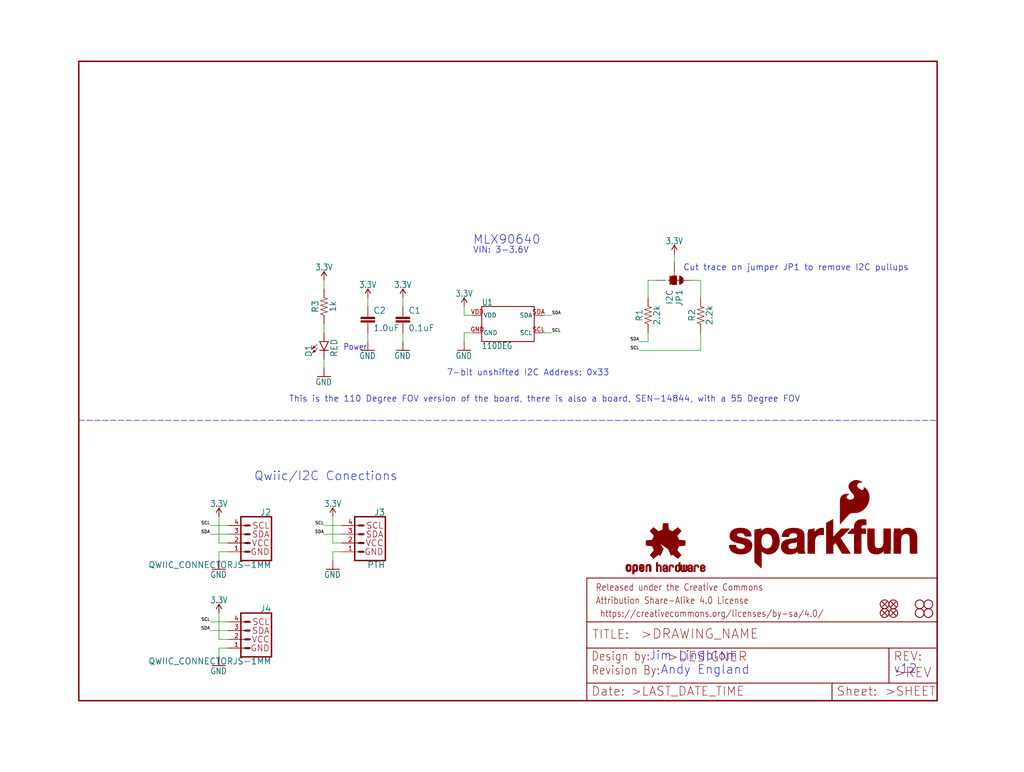
<source format=kicad_sch>
(kicad_sch (version 20211123) (generator eeschema)
  (paper "User" 297.002 223.926)
  (lib_symbols
    (symbol "eagleSchem-eagle-import:0.1UF-0603-25V-(+80{slash}-20%)"
      (property "Reference" "C" (at 1.524 2.921 0))
      (property "Value" "0.1UF-0603-25V-(+80{slash}-20%)" (at 1.524 -2.159 0))
      (symbol "0.1UF-0603-25V-(+80{slash}-20%)_1_0"
        (pin passive line (at 0 5.08 270) (length 2.54) (name "1") (number "1"))
        (pin passive line (at 0 -2.54 90) (length 2.54) (name "2") (number "2"))
      )
    )
    (symbol "eagleSchem-eagle-import:1.0UF-0603-16V-10%"
      (property "Reference" "C" (at 1.524 2.921 0))
      (property "Value" "1.0UF-0603-16V-10%" (at 1.524 -2.159 0))
      (symbol "1.0UF-0603-16V-10%_1_0"
        (pin passive line (at 0 5.08 270) (length 2.54) (name "1") (number "1"))
        (pin passive line (at 0 -2.54 90) (length 2.54) (name "2") (number "2"))
      )
    )
    (symbol "eagleSchem-eagle-import:1KOHM-0603-1{slash}10W-1%"
      (property "Reference" "R" (at 0 1.524 0))
      (property "Value" "1KOHM-0603-1{slash}10W-1%" (at 0 -1.524 0))
      (symbol "1KOHM-0603-1{slash}10W-1%_1_0"
        (pin passive line (at -5.08 0 0) (length 2.54) (name "1") (number "1"))
        (pin passive line (at 5.08 0 180) (length 2.54) (name "2") (number "2"))
      )
    )
    (symbol "eagleSchem-eagle-import:2.2KOHM-0603-1{slash}10W-1%"
      (property "Reference" "R" (at 0 1.524 0))
      (property "Value" "2.2KOHM-0603-1{slash}10W-1%" (at 0 -1.524 0))
      (symbol "2.2KOHM-0603-1{slash}10W-1%_1_0"
        (pin passive line (at -5.08 0 0) (length 2.54) (name "1") (number "1"))
        (pin passive line (at 5.08 0 180) (length 2.54) (name "2") (number "2"))
      )
    )
    (symbol "eagleSchem-eagle-import:3.3V" (power)
      (property "Value" "3.3V" (at 0 2.794 0))
      (symbol "3.3V_1_0"
        (pin power_in line (at 0 0 90) (length 2.54) (name "3.3V") (number "1"))
      )
    )
    (symbol "eagleSchem-eagle-import:FIDUCIALUFIDUCIAL")
    (symbol "eagleSchem-eagle-import:FRAME-LETTER"
      (symbol "FRAME-LETTER_2_0"
        (text " https://creativecommons.org/licenses/by-sa/4.0/" (at 2.54 24.13 0) (effects (font (size 1.9304 1.6408)) (justify left bottom)))
        (text ">DESIGNER" (at 23.114 11.176 0) (effects (font (size 2.7432 2.7432)) (justify left bottom)))
        (text ">DRAWING_NAME" (at 15.494 17.78 0) (effects (font (size 2.7432 2.7432)) (justify left bottom)))
        (text ">LAST_DATE_TIME" (at 12.7 1.27 0) (effects (font (size 2.54 2.54)) (justify left bottom)))
        (text ">REV" (at 88.9 6.604 0) (effects (font (size 2.7432 2.7432)) (justify left bottom)))
        (text ">SHEET" (at 86.36 1.27 0) (effects (font (size 2.54 2.54)) (justify left bottom)))
        (text "Attribution Share-Alike 4.0 License" (at 2.54 27.94 0) (effects (font (size 1.9304 1.6408)) (justify left bottom)))
        (text "Date:" (at 1.27 1.27 0) (effects (font (size 2.54 2.54)) (justify left bottom)))
        (text "Design by:" (at 1.27 11.43 0) (effects (font (size 2.54 2.159)) (justify left bottom)))
        (text "Released under the Creative Commons" (at 2.54 31.75 0) (effects (font (size 1.9304 1.6408)) (justify left bottom)))
        (text "REV:" (at 88.9 11.43 0) (effects (font (size 2.54 2.54)) (justify left bottom)))
        (text "Sheet:" (at 72.39 1.27 0) (effects (font (size 2.54 2.54)) (justify left bottom)))
        (text "TITLE:" (at 1.524 17.78 0) (effects (font (size 2.54 2.54)) (justify left bottom)))
      )
    )
    (symbol "eagleSchem-eagle-import:GND" (power)
      (property "Value" "GND" (at -2.54 -2.54 0))
      (symbol "GND_1_0"
        (pin power_in line (at 0 2.54 270) (length 2.54) (name "GND") (number "1"))
      )
    )
    (symbol "eagleSchem-eagle-import:I2C_STANDARD_NO_SILK"
      (property "Reference" "J" (at -5.08 7.874 0))
      (property "Value" "I2C_STANDARD_NO_SILK" (at -5.08 -5.334 0))
      (symbol "I2C_STANDARD_NO_SILK_1_0"
        (text "GND" (at -4.572 -2.54 0) (effects (font (size 1.778 1.778)) (justify left)))
        (text "SCL" (at -4.572 5.08 0) (effects (font (size 1.778 1.778)) (justify left)))
        (text "SDA" (at -4.572 2.54 0) (effects (font (size 1.778 1.778)) (justify left)))
        (text "VCC" (at -4.572 0 0) (effects (font (size 1.778 1.778)) (justify left)))
        (pin power_in line (at 7.62 -2.54 180) (length 5.08) (name "GND") (number "1"))
        (pin power_in line (at 7.62 0 180) (length 5.08) (name "VCC") (number "2"))
        (pin passive line (at 7.62 2.54 180) (length 5.08) (name "SDA") (number "3"))
        (pin passive line (at 7.62 5.08 180) (length 5.08) (name "SCL") (number "4"))
      )
    )
    (symbol "eagleSchem-eagle-import:JUMPER-SMT_3_2-NC_TRACE_NO-SILK"
      (property "Reference" "JP" (at 2.54 0.381 0))
      (property "Value" "JUMPER-SMT_3_2-NC_TRACE_NO-SILK" (at 2.54 -0.381 0))
      (symbol "JUMPER-SMT_3_2-NC_TRACE_NO-SILK_1_0"
        (pin passive line (at 0 5.08 270) (length 2.54) (name "1") (number "1"))
        (pin passive line (at -5.08 0 0) (length 2.54) (name "2") (number "2"))
        (pin passive line (at 0 -5.08 90) (length 2.54) (name "3") (number "3"))
      )
    )
    (symbol "eagleSchem-eagle-import:LED-RED0603"
      (property "Reference" "D" (at -3.429 -4.572 90))
      (property "Value" "LED-RED0603" (at 1.905 -4.572 90))
      (symbol "LED-RED0603_1_0"
        (pin passive line (at 0 2.54 270) (length 2.54) (name "A") (number "A"))
        (pin passive line (at 0 -5.08 90) (length 2.54) (name "C") (number "C"))
      )
    )
    (symbol "eagleSchem-eagle-import:MLX90540_MLX90640"
      (property "Reference" "U" (at -7.62 5.334 0))
      (property "Value" "MLX90540_MLX90640" (at -7.62 -5.334 0))
      (symbol "MLX90540_MLX90640_1_0"
        (pin bidirectional line (at -10.16 -2.54 0) (length 2.54) (name "GND") (number "GND"))
        (pin bidirectional line (at 10.16 -2.54 180) (length 2.54) (name "SCL") (number "SCL"))
        (pin bidirectional line (at 10.16 2.54 180) (length 2.54) (name "SDA") (number "SDA"))
        (pin bidirectional line (at -10.16 2.54 0) (length 2.54) (name "VDD") (number "VDD"))
      )
    )
    (symbol "eagleSchem-eagle-import:OSHW-LOGOMINI")
    (symbol "eagleSchem-eagle-import:QWIIC_CONNECTORJS-1MM"
      (property "Reference" "J" (at -5.08 7.874 0))
      (property "Value" "QWIIC_CONNECTORJS-1MM" (at -5.08 -5.334 0))
      (symbol "QWIIC_CONNECTORJS-1MM_1_0"
        (text "GND" (at -4.572 -2.54 0) (effects (font (size 1.778 1.778)) (justify left)))
        (text "SCL" (at -4.572 5.08 0) (effects (font (size 1.778 1.778)) (justify left)))
        (text "SDA" (at -4.572 2.54 0) (effects (font (size 1.778 1.778)) (justify left)))
        (text "VCC" (at -4.572 0 0) (effects (font (size 1.778 1.778)) (justify left)))
        (pin power_in line (at 7.62 -2.54 180) (length 5.08) (name "1") (number "1"))
        (pin power_in line (at 7.62 0 180) (length 5.08) (name "2") (number "2"))
        (pin passive line (at 7.62 2.54 180) (length 5.08) (name "3") (number "3"))
        (pin passive line (at 7.62 5.08 180) (length 5.08) (name "4") (number "4"))
      )
    )
    (symbol "eagleSchem-eagle-import:REVISION"
      (symbol "REVISION_1_0"
        (text "Revision By: " (at 0 0 0) (effects (font (size 2.54 2.159)) (justify left bottom)))
      )
    )
    (symbol "eagleSchem-eagle-import:SFE_LOGO_NAME.1_INCH")
    (symbol "eagleSchem-eagle-import:SFE_LOGO_NAME_FLAME.1_INCH")
    (symbol "eagleSchem-eagle-import:STAND-OFF")
  )
  (wire (pts (xy 96.52 157.48) (xy 96.52 149.86)))
  (wire (pts (xy 203.2 96.52) (xy 203.2 101.6)))
  (wire (pts (xy 134.62 96.52) (xy 134.62 99.06)))
  (wire (pts (xy 116.84 99.06) (xy 116.84 96.52)))
  (wire (pts (xy 134.62 91.44) (xy 134.62 88.9)))
  (wire (pts (xy 66.04 180.34) (xy 60.96 180.34)))
  (wire (pts (xy 203.2 86.36) (xy 203.2 81.28)))
  (wire (pts (xy 99.06 154.94) (xy 93.98 154.94)))
  (wire (pts (xy 93.98 96.52) (xy 93.98 93.98)))
  (wire (pts (xy 63.5 185.42) (xy 63.5 177.8)))
  (wire (pts (xy 137.16 91.44) (xy 134.62 91.44)))
  (wire (pts (xy 187.96 86.36) (xy 187.96 81.28)))
  (wire (pts (xy 66.04 157.48) (xy 63.5 157.48)))
  (wire (pts (xy 137.16 96.52) (xy 134.62 96.52)))
  (wire (pts (xy 66.04 154.94) (xy 60.96 154.94)))
  (wire (pts (xy 99.06 152.4) (xy 93.98 152.4)))
  (wire (pts (xy 63.5 157.48) (xy 63.5 149.86)))
  (wire (pts (xy 93.98 106.68) (xy 93.98 104.14)))
  (wire (pts (xy 203.2 101.6) (xy 185.42 101.6)))
  (wire (pts (xy 93.98 83.82) (xy 93.98 81.28)))
  (wire (pts (xy 66.04 182.88) (xy 60.96 182.88)))
  (wire (pts (xy 157.48 91.44) (xy 160.02 91.44)))
  (wire (pts (xy 116.84 86.36) (xy 116.84 88.9)))
  (wire (pts (xy 203.2 81.28) (xy 200.66 81.28)))
  (wire (pts (xy 195.58 76.2) (xy 195.58 73.66)))
  (wire (pts (xy 66.04 160.02) (xy 63.5 160.02)))
  (wire (pts (xy 106.68 99.06) (xy 106.68 96.52)))
  (wire (pts (xy 66.04 185.42) (xy 63.5 185.42)))
  (wire (pts (xy 66.04 187.96) (xy 63.5 187.96)))
  (wire (pts (xy 185.42 99.06) (xy 187.96 99.06)))
  (wire (pts (xy 96.52 160.02) (xy 96.52 162.56)))
  (wire (pts (xy 157.48 96.52) (xy 160.02 96.52)))
  (polyline (pts (xy 22.86 121.92) (xy 271.78 121.92)))
  (wire (pts (xy 63.5 187.96) (xy 63.5 190.5)))
  (wire (pts (xy 63.5 160.02) (xy 63.5 162.56)))
  (wire (pts (xy 66.04 152.4) (xy 60.96 152.4)))
  (wire (pts (xy 106.68 86.36) (xy 106.68 88.9)))
  (wire (pts (xy 190.5 81.28) (xy 187.96 81.28)))
  (wire (pts (xy 187.96 96.52) (xy 187.96 99.06)))
  (wire (pts (xy 99.06 160.02) (xy 96.52 160.02)))
  (wire (pts (xy 99.06 157.48) (xy 96.52 157.48)))
  (text "Cut trace on jumper JP1 to remove I2C pullups" (at 198.12 78.74 180) (effects (font (size 1.778 1.778)) (justify left bottom)))
  (text "Andy England" (at 191.516 195.834 180) (effects (font (size 2.54 2.54)) (justify left bottom)))
  (text "Power" (at 99.568 101.854 180) (effects (font (size 1.778 1.5113)) (justify left bottom)))
  (text "v12" (at 259.08 195.58 180) (effects (font (size 2.54 2.54)) (justify left bottom)))
  (text "Jim Lindblom" (at 188.214 191.77 180) (effects (font (size 2.54 2.54)) (justify left bottom)))
  (text "7-bit unshifted I2C Address: 0x33" (at 129.54 109.22 180) (effects (font (size 1.778 1.778)) (justify left bottom)))
  (text "VIN: 3-3.6V" (at 137.16 73.66 180) (effects (font (size 1.778 1.778)) (justify left bottom)))
  (text "Qwiic/I2C Conections" (at 73.66 139.7 180) (effects (font (size 2.54 2.54)) (justify left bottom)))
  (text "This is the 110 Degree FOV version of the board, there is also a board, SEN-14844, with a 55 Degree FOV" (at 83.82 116.84 0) (effects (font (size 1.778 1.778)) (justify left bottom)))
  (text "MLX90640" (at 137.16 71.12 180) (effects (font (size 2.54 2.54)) (justify left bottom)))
  (label "SCL" (at 60.96 152.4 180) (effects (font (size 0.889 0.889))))
  (label "SDA" (at 185.42 99.06 180) (effects (font (size 0.889 0.889))))
  (label "SDA" (at 93.98 154.94 180) (effects (font (size 0.889 0.889))))
  (label "SDA" (at 160.02 91.44 0) (effects (font (size 0.889 0.889))))
  (label "SCL" (at 185.42 101.6 180) (effects (font (size 0.889 0.889))))
  (label "SCL" (at 160.02 96.52 0) (effects (font (size 0.889 0.889))))
  (label "SCL" (at 93.98 152.4 180) (effects (font (size 0.889 0.889))))
  (label "SCL" (at 60.96 180.34 180) (effects (font (size 0.889 0.889))))
  (label "SDA" (at 60.96 182.88 180) (effects (font (size 0.889 0.889))))
  (label "SDA" (at 60.96 154.94 180) (effects (font (size 0.889 0.889))))
  (symbol (lib_id "eagleSchem-eagle-import:0.1UF-0603-25V-(+80{slash}-20%)") (at 116.84 93.98 0) (unit 1)
    (property "Reference" "C1" (at 118.364 91.059 0) (effects (font (size 1.778 1.778)) (justify left bottom)))
    (property "Value" "0.1uF" (at 118.364 96.139 0) (effects (font (size 1.778 1.778)) (justify left bottom)))
    (property "Footprint" "eagleSchem:0603" (effects hide))
  )
  (symbol (lib_id "eagleSchem-eagle-import:OSHW-LOGOMINI") (at 193.04 157.48 0) (unit 1)
    (property "Reference" "LOGO1" (effects hide))
    (property "Value" "OSHW-LOGOMINI" (effects hide))
    (property "Footprint" "eagleSchem:OSHW-LOGO-MINI" (effects hide))
  )
  (symbol (lib_id "eagleSchem-eagle-import:MLX90540_MLX90640") (at 147.32 93.98 0) (unit 1)
    (property "Reference" "U1" (at 139.7 88.646 0) (effects (font (size 1.778 1.5113)) (justify left bottom)))
    (property "Value" "110DEG" (at 139.7 99.314 0) (effects (font (size 1.778 1.5113)) (justify left top)))
    (property "Footprint" "eagleSchem:MLX90540_MLX90640" (effects hide))
  )
  (symbol (lib_id "eagleSchem-eagle-import:3.3V") (at 106.68 86.36 0) (unit 1)
    (property "Reference" "#SUPPLY3" (effects hide))
    (property "Value" "3.3V" (at 106.68 83.566 0) (effects (font (size 1.778 1.5113)) (justify bottom)))
    (property "Footprint" "eagleSchem:" (effects hide))
  )
  (symbol (lib_id "eagleSchem-eagle-import:FRAME-LETTER") (at 170.18 203.2 0) (unit 2)
    (property "Reference" "FRAME1" (effects hide))
    (property "Value" "FRAME-LETTER" (effects hide))
    (property "Footprint" "eagleSchem:CREATIVE_COMMONS" (effects hide))
  )
  (symbol (lib_id "eagleSchem-eagle-import:2.2KOHM-0603-1{slash}10W-1%") (at 203.2 91.44 90) (unit 1)
    (property "Reference" "R2" (at 201.676 91.44 0) (effects (font (size 1.778 1.778)) (justify bottom)))
    (property "Value" "2.2k" (at 204.724 91.44 0) (effects (font (size 1.778 1.778)) (justify top)))
    (property "Footprint" "eagleSchem:0603" (effects hide))
  )
  (symbol (lib_id "eagleSchem-eagle-import:2.2KOHM-0603-1{slash}10W-1%") (at 187.96 91.44 90) (unit 1)
    (property "Reference" "R1" (at 186.436 91.44 0) (effects (font (size 1.778 1.778)) (justify bottom)))
    (property "Value" "2.2k" (at 189.484 91.44 0) (effects (font (size 1.778 1.778)) (justify top)))
    (property "Footprint" "eagleSchem:0603" (effects hide))
  )
  (symbol (lib_id "eagleSchem-eagle-import:GND") (at 63.5 165.1 0) (unit 1)
    (property "Reference" "#GND6" (effects hide))
    (property "Value" "GND" (at 60.96 167.64 0) (effects (font (size 1.778 1.5113)) (justify left bottom)))
    (property "Footprint" "eagleSchem:" (effects hide))
  )
  (symbol (lib_id "eagleSchem-eagle-import:SFE_LOGO_NAME.1_INCH") (at 209.55 164.592 0) (unit 1)
    (property "Reference" "LOGO3" (effects hide))
    (property "Value" "SFE_LOGO_NAME.1_INCH" (effects hide))
    (property "Footprint" "eagleSchem:SFE_LOGO_NAME_.1" (effects hide))
  )
  (symbol (lib_id "eagleSchem-eagle-import:GND") (at 134.62 101.6 0) (unit 1)
    (property "Reference" "#GND2" (effects hide))
    (property "Value" "GND" (at 132.08 104.14 0) (effects (font (size 1.778 1.5113)) (justify left bottom)))
    (property "Footprint" "eagleSchem:" (effects hide))
  )
  (symbol (lib_id "eagleSchem-eagle-import:FIDUCIALUFIDUCIAL") (at 259.08 177.8 0) (unit 1)
    (property "Reference" "JP5" (effects hide))
    (property "Value" "FIDUCIALUFIDUCIAL" (effects hide))
    (property "Footprint" "eagleSchem:MICRO-FIDUCIAL" (effects hide))
  )
  (symbol (lib_id "eagleSchem-eagle-import:3.3V") (at 134.62 88.9 0) (unit 1)
    (property "Reference" "#SUPPLY2" (effects hide))
    (property "Value" "3.3V" (at 134.62 86.106 0) (effects (font (size 1.778 1.5113)) (justify bottom)))
    (property "Footprint" "eagleSchem:" (effects hide))
  )
  (symbol (lib_id "eagleSchem-eagle-import:QWIIC_CONNECTORJS-1MM") (at 73.66 185.42 0) (mirror y) (unit 1)
    (property "Reference" "J4" (at 78.74 177.546 0) (effects (font (size 1.778 1.778)) (justify left bottom)))
    (property "Value" "QWIIC_CONNECTORJS-1MM" (at 78.74 190.754 0) (effects (font (size 1.778 1.778)) (justify left top)))
    (property "Footprint" "eagleSchem:JST04_1MM_RA" (effects hide))
  )
  (symbol (lib_id "eagleSchem-eagle-import:QWIIC_CONNECTORJS-1MM") (at 73.66 157.48 0) (mirror y) (unit 1)
    (property "Reference" "J2" (at 78.74 149.606 0) (effects (font (size 1.778 1.778)) (justify left bottom)))
    (property "Value" "QWIIC_CONNECTORJS-1MM" (at 78.74 162.814 0) (effects (font (size 1.778 1.778)) (justify left top)))
    (property "Footprint" "eagleSchem:JST04_1MM_RA" (effects hide))
  )
  (symbol (lib_id "eagleSchem-eagle-import:GND") (at 96.52 165.1 0) (unit 1)
    (property "Reference" "#GND7" (effects hide))
    (property "Value" "GND" (at 93.98 167.64 0) (effects (font (size 1.778 1.5113)) (justify left bottom)))
    (property "Footprint" "eagleSchem:" (effects hide))
  )
  (symbol (lib_id "eagleSchem-eagle-import:STAND-OFF") (at 269.24 175.26 0) (unit 1)
    (property "Reference" "JP3" (effects hide))
    (property "Value" "STAND-OFF" (effects hide))
    (property "Footprint" "eagleSchem:STAND-OFF" (effects hide))
  )
  (symbol (lib_id "eagleSchem-eagle-import:FIDUCIALUFIDUCIAL") (at 256.54 177.8 0) (unit 1)
    (property "Reference" "JP7" (effects hide))
    (property "Value" "FIDUCIALUFIDUCIAL" (effects hide))
    (property "Footprint" "eagleSchem:MICRO-FIDUCIAL" (effects hide))
  )
  (symbol (lib_id "eagleSchem-eagle-import:JUMPER-SMT_3_2-NC_TRACE_NO-SILK") (at 195.58 81.28 270) (unit 1)
    (property "Reference" "JP1" (at 195.961 83.82 0) (effects (font (size 1.778 1.778)) (justify left bottom)))
    (property "Value" "I2C" (at 195.199 83.82 0) (effects (font (size 1.778 1.778)) (justify left top)))
    (property "Footprint" "eagleSchem:SMT-JUMPER_3_2-NC_TRACE_NO-SILK" (effects hide))
  )
  (symbol (lib_id "eagleSchem-eagle-import:3.3V") (at 195.58 73.66 0) (unit 1)
    (property "Reference" "#SUPPLY5" (effects hide))
    (property "Value" "3.3V" (at 195.58 70.866 0) (effects (font (size 1.778 1.5113)) (justify bottom)))
    (property "Footprint" "eagleSchem:" (effects hide))
  )
  (symbol (lib_id "eagleSchem-eagle-import:STAND-OFF") (at 266.7 175.26 0) (unit 1)
    (property "Reference" "JP8" (effects hide))
    (property "Value" "STAND-OFF" (effects hide))
    (property "Footprint" "eagleSchem:STAND-OFF" (effects hide))
  )
  (symbol (lib_id "eagleSchem-eagle-import:GND") (at 63.5 193.04 0) (unit 1)
    (property "Reference" "#GND8" (effects hide))
    (property "Value" "GND" (at 60.96 195.58 0) (effects (font (size 1.778 1.5113)) (justify left bottom)))
    (property "Footprint" "eagleSchem:" (effects hide))
  )
  (symbol (lib_id "eagleSchem-eagle-import:3.3V") (at 96.52 149.86 0) (unit 1)
    (property "Reference" "#SUPPLY7" (effects hide))
    (property "Value" "3.3V" (at 96.52 147.066 0) (effects (font (size 1.778 1.5113)) (justify bottom)))
    (property "Footprint" "eagleSchem:" (effects hide))
  )
  (symbol (lib_id "eagleSchem-eagle-import:3.3V") (at 63.5 149.86 0) (unit 1)
    (property "Reference" "#SUPPLY4" (effects hide))
    (property "Value" "3.3V" (at 63.5 147.066 0) (effects (font (size 1.778 1.5113)) (justify bottom)))
    (property "Footprint" "eagleSchem:" (effects hide))
  )
  (symbol (lib_id "eagleSchem-eagle-import:STAND-OFF") (at 266.7 177.8 0) (unit 1)
    (property "Reference" "JP9" (effects hide))
    (property "Value" "STAND-OFF" (effects hide))
    (property "Footprint" "eagleSchem:STAND-OFF" (effects hide))
  )
  (symbol (lib_id "eagleSchem-eagle-import:FIDUCIALUFIDUCIAL") (at 259.08 175.26 0) (unit 1)
    (property "Reference" "JP6" (effects hide))
    (property "Value" "FIDUCIALUFIDUCIAL" (effects hide))
    (property "Footprint" "eagleSchem:MICRO-FIDUCIAL" (effects hide))
  )
  (symbol (lib_id "eagleSchem-eagle-import:GND") (at 106.68 101.6 0) (unit 1)
    (property "Reference" "#GND3" (effects hide))
    (property "Value" "GND" (at 104.14 104.14 0) (effects (font (size 1.778 1.5113)) (justify left bottom)))
    (property "Footprint" "eagleSchem:" (effects hide))
  )
  (symbol (lib_id "eagleSchem-eagle-import:REVISION") (at 171.45 195.834 0) (unit 1)
    (property "Reference" "LOGO4" (effects hide))
    (property "Value" "REVISION" (effects hide))
    (property "Footprint" "eagleSchem:REVISION" (effects hide))
  )
  (symbol (lib_id "eagleSchem-eagle-import:1.0UF-0603-16V-10%") (at 106.68 93.98 0) (unit 1)
    (property "Reference" "C2" (at 108.204 91.059 0) (effects (font (size 1.778 1.778)) (justify left bottom)))
    (property "Value" "1.0uF" (at 108.204 96.139 0) (effects (font (size 1.778 1.778)) (justify left bottom)))
    (property "Footprint" "eagleSchem:0603" (effects hide))
  )
  (symbol (lib_id "eagleSchem-eagle-import:3.3V") (at 116.84 86.36 0) (unit 1)
    (property "Reference" "#SUPPLY1" (effects hide))
    (property "Value" "3.3V" (at 116.84 83.566 0) (effects (font (size 1.778 1.5113)) (justify bottom)))
    (property "Footprint" "eagleSchem:" (effects hide))
  )
  (symbol (lib_id "eagleSchem-eagle-import:3.3V") (at 63.5 177.8 0) (unit 1)
    (property "Reference" "#SUPPLY8" (effects hide))
    (property "Value" "3.3V" (at 63.5 175.006 0) (effects (font (size 1.778 1.5113)) (justify bottom)))
    (property "Footprint" "eagleSchem:" (effects hide))
  )
  (symbol (lib_id "eagleSchem-eagle-import:GND") (at 116.84 101.6 0) (unit 1)
    (property "Reference" "#GND1" (effects hide))
    (property "Value" "GND" (at 114.3 104.14 0) (effects (font (size 1.778 1.5113)) (justify left bottom)))
    (property "Footprint" "eagleSchem:" (effects hide))
  )
  (symbol (lib_id "eagleSchem-eagle-import:3.3V") (at 93.98 81.28 0) (unit 1)
    (property "Reference" "#SUPPLY10" (effects hide))
    (property "Value" "3.3V" (at 93.98 78.486 0) (effects (font (size 1.778 1.5113)) (justify bottom)))
    (property "Footprint" "eagleSchem:" (effects hide))
  )
  (symbol (lib_id "eagleSchem-eagle-import:LED-RED0603") (at 93.98 99.06 0) (unit 1)
    (property "Reference" "D1" (at 90.551 103.632 90) (effects (font (size 1.778 1.778)) (justify left bottom)))
    (property "Value" "RED" (at 95.885 103.632 90) (effects (font (size 1.778 1.778)) (justify left top)))
    (property "Footprint" "eagleSchem:LED-0603" (effects hide))
  )
  (symbol (lib_id "eagleSchem-eagle-import:FIDUCIALUFIDUCIAL") (at 256.54 175.26 0) (unit 1)
    (property "Reference" "JP2" (effects hide))
    (property "Value" "FIDUCIALUFIDUCIAL" (effects hide))
    (property "Footprint" "eagleSchem:MICRO-FIDUCIAL" (effects hide))
  )
  (symbol (lib_id "eagleSchem-eagle-import:I2C_STANDARD_NO_SILK") (at 106.68 157.48 0) (mirror y) (unit 1)
    (property "Reference" "J3" (at 111.76 149.606 0) (effects (font (size 1.778 1.778)) (justify left bottom)))
    (property "Value" "PTH" (at 111.76 162.814 0) (effects (font (size 1.778 1.778)) (justify left top)))
    (property "Footprint" "eagleSchem:1X04_NO_SILK" (effects hide))
  )
  (symbol (lib_id "eagleSchem-eagle-import:1KOHM-0603-1{slash}10W-1%") (at 93.98 88.9 90) (unit 1)
    (property "Reference" "R3" (at 92.456 88.9 0) (effects (font (size 1.778 1.778)) (justify bottom)))
    (property "Value" "1k" (at 95.504 88.9 0) (effects (font (size 1.778 1.778)) (justify top)))
    (property "Footprint" "eagleSchem:0603" (effects hide))
  )
  (symbol (lib_id "eagleSchem-eagle-import:FRAME-LETTER") (at 22.86 203.2 0) (unit 1)
    (property "Reference" "FRAME1" (effects hide))
    (property "Value" "FRAME-LETTER" (effects hide))
    (property "Footprint" "eagleSchem:CREATIVE_COMMONS" (effects hide))
  )
  (symbol (lib_id "eagleSchem-eagle-import:SFE_LOGO_NAME_FLAME.1_INCH") (at 210.82 165.1 0) (unit 1)
    (property "Reference" "LOGO2" (effects hide))
    (property "Value" "SFE_LOGO_NAME_FLAME.1_INCH" (effects hide))
    (property "Footprint" "eagleSchem:SFE_LOGO_NAME_FLAME_.1" (effects hide))
  )
  (symbol (lib_id "eagleSchem-eagle-import:STAND-OFF") (at 269.24 177.8 0) (unit 1)
    (property "Reference" "JP4" (effects hide))
    (property "Value" "STAND-OFF" (effects hide))
    (property "Footprint" "eagleSchem:STAND-OFF" (effects hide))
  )
  (symbol (lib_id "eagleSchem-eagle-import:GND") (at 93.98 109.22 0) (unit 1)
    (property "Reference" "#GND4" (effects hide))
    (property "Value" "GND" (at 91.44 111.76 0) (effects (font (size 1.778 1.5113)) (justify left bottom)))
    (property "Footprint" "eagleSchem:" (effects hide))
  )
)
</source>
